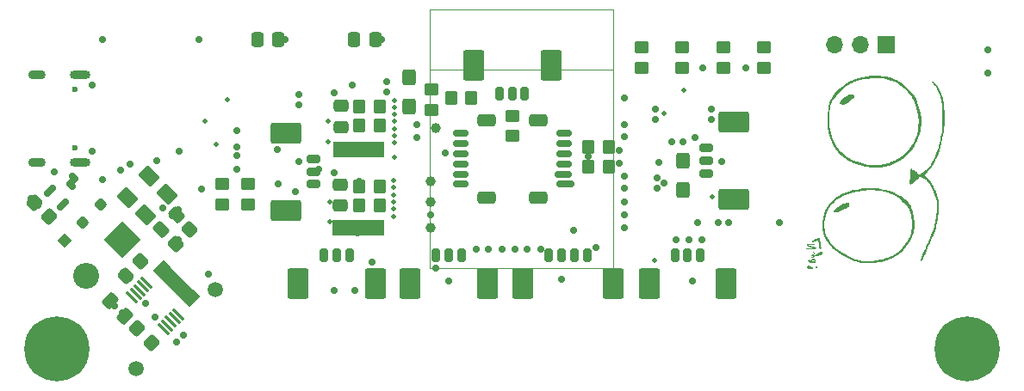
<source format=gbs>
G04 #@! TF.GenerationSoftware,KiCad,Pcbnew,9.0.0*
G04 #@! TF.CreationDate,2025-04-15T23:50:37+02:00*
G04 #@! TF.ProjectId,SUMEC_MK_V,53554d45-435f-44d4-9b5f-562e6b696361,v2.1.1*
G04 #@! TF.SameCoordinates,Original*
G04 #@! TF.FileFunction,Soldermask,Bot*
G04 #@! TF.FilePolarity,Negative*
%FSLAX46Y46*%
G04 Gerber Fmt 4.6, Leading zero omitted, Abs format (unit mm)*
G04 Created by KiCad (PCBNEW 9.0.0) date 2025-04-15 23:50:37*
%MOMM*%
%LPD*%
G01*
G04 APERTURE LIST*
G04 Aperture macros list*
%AMRoundRect*
0 Rectangle with rounded corners*
0 $1 Rounding radius*
0 $2 $3 $4 $5 $6 $7 $8 $9 X,Y pos of 4 corners*
0 Add a 4 corners polygon primitive as box body*
4,1,4,$2,$3,$4,$5,$6,$7,$8,$9,$2,$3,0*
0 Add four circle primitives for the rounded corners*
1,1,$1+$1,$2,$3*
1,1,$1+$1,$4,$5*
1,1,$1+$1,$6,$7*
1,1,$1+$1,$8,$9*
0 Add four rect primitives between the rounded corners*
20,1,$1+$1,$2,$3,$4,$5,0*
20,1,$1+$1,$4,$5,$6,$7,0*
20,1,$1+$1,$6,$7,$8,$9,0*
20,1,$1+$1,$8,$9,$2,$3,0*%
%AMRotRect*
0 Rectangle, with rotation*
0 The origin of the aperture is its center*
0 $1 length*
0 $2 width*
0 $3 Rotation angle, in degrees counterclockwise*
0 Add horizontal line*
21,1,$1,$2,0,0,$3*%
%AMFreePoly0*
4,1,6,1.000000,0.000000,0.500000,-0.750000,-0.500000,-0.750000,-0.500000,0.750000,0.500000,0.750000,1.000000,0.000000,1.000000,0.000000,$1*%
G04 Aperture macros list end*
%ADD10C,0.000000*%
%ADD11RoundRect,0.200000X-0.450000X0.200000X-0.450000X-0.200000X0.450000X-0.200000X0.450000X0.200000X0*%
%ADD12RoundRect,0.250001X-1.249999X0.799999X-1.249999X-0.799999X1.249999X-0.799999X1.249999X0.799999X0*%
%ADD13RoundRect,0.200000X0.450000X-0.200000X0.450000X0.200000X-0.450000X0.200000X-0.450000X-0.200000X0*%
%ADD14RoundRect,0.250001X1.249999X-0.799999X1.249999X0.799999X-1.249999X0.799999X-1.249999X-0.799999X0*%
%ADD15RoundRect,0.200000X0.200000X0.450000X-0.200000X0.450000X-0.200000X-0.450000X0.200000X-0.450000X0*%
%ADD16RoundRect,0.250001X0.799999X1.249999X-0.799999X1.249999X-0.799999X-1.249999X0.799999X-1.249999X0*%
%ADD17RoundRect,0.200000X-0.200000X-0.450000X0.200000X-0.450000X0.200000X0.450000X-0.200000X0.450000X0*%
%ADD18RoundRect,0.250001X-0.799999X-1.249999X0.799999X-1.249999X0.799999X1.249999X-0.799999X1.249999X0*%
%ADD19C,0.600000*%
%ADD20O,2.000000X0.900000*%
%ADD21O,1.700000X0.900000*%
%ADD22RoundRect,0.150000X0.625000X-0.150000X0.625000X0.150000X-0.625000X0.150000X-0.625000X-0.150000X0*%
%ADD23RoundRect,0.250000X0.650000X-0.350000X0.650000X0.350000X-0.650000X0.350000X-0.650000X-0.350000X0*%
%ADD24RoundRect,0.150000X-0.625000X0.150000X-0.625000X-0.150000X0.625000X-0.150000X0.625000X0.150000X0*%
%ADD25RoundRect,0.250000X-0.650000X0.350000X-0.650000X-0.350000X0.650000X-0.350000X0.650000X0.350000X0*%
%ADD26C,2.550000*%
%ADD27RotRect,2.550000X2.550000X225.000000*%
%ADD28C,1.508000*%
%ADD29R,1.700000X1.700000*%
%ADD30O,1.700000X1.700000*%
%ADD31RotRect,1.000000X1.000000X135.000000*%
%ADD32RoundRect,0.250000X0.353553X0.000000X0.000000X0.353553X-0.353553X0.000000X0.000000X-0.353553X0*%
%ADD33C,0.800000*%
%ADD34C,6.400000*%
%ADD35RoundRect,0.250000X-0.565685X-0.070711X-0.070711X-0.565685X0.565685X0.070711X0.070711X0.565685X0*%
%ADD36RoundRect,0.250001X-0.114905X0.768977X-0.768977X0.114905X0.114905X-0.768977X0.768977X-0.114905X0*%
%ADD37RoundRect,0.250000X0.425000X-0.537500X0.425000X0.537500X-0.425000X0.537500X-0.425000X-0.537500X0*%
%ADD38RoundRect,0.250000X0.475000X-0.337500X0.475000X0.337500X-0.475000X0.337500X-0.475000X-0.337500X0*%
%ADD39RoundRect,0.250000X0.450000X-0.350000X0.450000X0.350000X-0.450000X0.350000X-0.450000X-0.350000X0*%
%ADD40RoundRect,0.250000X-0.350000X-0.450000X0.350000X-0.450000X0.350000X0.450000X-0.350000X0.450000X0*%
%ADD41RoundRect,0.250000X-0.070711X0.565685X-0.565685X0.070711X0.070711X-0.565685X0.565685X-0.070711X0*%
%ADD42C,1.000000*%
%ADD43FreePoly0,180.000000*%
%ADD44FreePoly0,0.000000*%
%ADD45RoundRect,0.075000X0.512652X-0.406586X-0.406586X0.512652X-0.512652X0.406586X0.406586X-0.512652X0*%
%ADD46FreePoly0,135.000000*%
%ADD47FreePoly0,315.000000*%
%ADD48RoundRect,0.250000X-0.425000X0.537500X-0.425000X-0.537500X0.425000X-0.537500X0.425000X0.537500X0*%
%ADD49RoundRect,0.150000X-0.256326X-0.468458X0.468458X0.256326X0.256326X0.468458X-0.468458X-0.256326X0*%
%ADD50RoundRect,0.250000X0.337500X0.475000X-0.337500X0.475000X-0.337500X-0.475000X0.337500X-0.475000X0*%
%ADD51RoundRect,0.250000X0.070711X-0.565685X0.565685X-0.070711X-0.070711X0.565685X-0.565685X0.070711X0*%
%ADD52RoundRect,0.250000X-0.097227X0.574524X-0.574524X0.097227X0.097227X-0.574524X0.574524X-0.097227X0*%
%ADD53RoundRect,0.250000X-0.574524X-0.097227X-0.097227X-0.574524X0.574524X0.097227X0.097227X0.574524X0*%
%ADD54RoundRect,0.250000X0.350000X0.450000X-0.350000X0.450000X-0.350000X-0.450000X0.350000X-0.450000X0*%
%ADD55C,0.500000*%
%ADD56C,0.700000*%
%ADD57C,0.120000*%
G04 APERTURE END LIST*
D10*
G36*
X160693731Y-74610203D02*
G01*
X160745307Y-74630596D01*
X160763582Y-74650204D01*
X160780740Y-74690780D01*
X160765423Y-74730812D01*
X160717137Y-74764678D01*
X160653350Y-74772359D01*
X160638077Y-74769415D01*
X160605384Y-74746055D01*
X160596827Y-74690780D01*
X160597424Y-74670817D01*
X160611812Y-74626227D01*
X160653350Y-74609202D01*
X160693731Y-74610203D01*
G37*
G36*
X159929833Y-74501228D02*
G01*
X159947245Y-74524006D01*
X159927381Y-74560814D01*
X159919677Y-74568823D01*
X159901203Y-74598938D01*
X159916797Y-74617110D01*
X159971361Y-74625607D01*
X160069796Y-74626698D01*
X160150762Y-74627725D01*
X160242381Y-74639471D01*
X160304255Y-74665111D01*
X160344083Y-74701259D01*
X160359241Y-74759765D01*
X160357294Y-74771014D01*
X160348056Y-74790970D01*
X160325083Y-74803701D01*
X160279549Y-74811053D01*
X160202626Y-74814875D01*
X160085488Y-74817010D01*
X159981467Y-74817726D01*
X159893841Y-74815392D01*
X159836610Y-74808268D01*
X159799650Y-74794966D01*
X159772835Y-74774097D01*
X159736860Y-74722553D01*
X159726218Y-74646544D01*
X159758123Y-74574146D01*
X159830178Y-74516133D01*
X159886076Y-74497504D01*
X159929833Y-74501228D01*
G37*
G36*
X164172195Y-57676438D02*
G01*
X164267430Y-57687229D01*
X164330272Y-57705788D01*
X164343686Y-57713973D01*
X164376323Y-57755479D01*
X164385446Y-57826231D01*
X164385143Y-57842015D01*
X164377620Y-57888387D01*
X164354484Y-57932861D01*
X164308438Y-57986604D01*
X164232185Y-58060782D01*
X164077248Y-58198151D01*
X163895243Y-58341206D01*
X163714483Y-58465500D01*
X163542481Y-58566282D01*
X163386752Y-58638805D01*
X163254812Y-58678321D01*
X163210899Y-58683890D01*
X163153911Y-58673559D01*
X163095421Y-58631451D01*
X163085871Y-58622983D01*
X163031921Y-58575517D01*
X162993833Y-58542586D01*
X162965017Y-58504200D01*
X162963591Y-58453337D01*
X162994201Y-58387106D01*
X163059128Y-58300670D01*
X163160662Y-58189191D01*
X163189406Y-58159740D01*
X163325636Y-58031450D01*
X163466837Y-57914581D01*
X163603975Y-57815751D01*
X163728027Y-57741573D01*
X163829963Y-57698667D01*
X163852795Y-57692958D01*
X163948810Y-57679073D01*
X164060632Y-57673643D01*
X164172195Y-57676438D01*
G37*
G36*
X163806732Y-68336255D02*
G01*
X163874687Y-68367954D01*
X163904832Y-68414363D01*
X163919531Y-68492687D01*
X163915926Y-68532873D01*
X163896931Y-68580845D01*
X163854885Y-68636199D01*
X163782340Y-68710779D01*
X163767655Y-68724890D01*
X163702940Y-68781103D01*
X163628924Y-68834245D01*
X163536625Y-68889825D01*
X163417062Y-68953350D01*
X163261251Y-69030329D01*
X163129786Y-69093621D01*
X162989004Y-69160017D01*
X162880131Y-69208629D01*
X162796345Y-69241817D01*
X162730828Y-69261941D01*
X162676761Y-69271359D01*
X162627324Y-69272431D01*
X162575699Y-69267515D01*
X162513056Y-69255588D01*
X162425247Y-69216921D01*
X162380375Y-69159982D01*
X162380206Y-69087881D01*
X162426497Y-69003735D01*
X162448309Y-68978645D01*
X162526146Y-68905288D01*
X162632348Y-68818599D01*
X162756722Y-68725994D01*
X162889076Y-68634889D01*
X163019218Y-68552698D01*
X163136957Y-68486838D01*
X163283228Y-68421451D01*
X163434273Y-68371187D01*
X163577733Y-68339288D01*
X163704817Y-68327172D01*
X163806732Y-68336255D01*
G37*
G36*
X160955314Y-71757109D02*
G01*
X160966962Y-71769495D01*
X160978062Y-71792038D01*
X160989764Y-71830210D01*
X161003227Y-71889484D01*
X161019602Y-71975330D01*
X161040043Y-72093224D01*
X161065707Y-72248634D01*
X161097746Y-72447035D01*
X161114531Y-72552354D01*
X161130012Y-72651233D01*
X161140994Y-72723373D01*
X161145804Y-72757936D01*
X161145798Y-72762720D01*
X161126612Y-72804222D01*
X161088222Y-72845306D01*
X161050480Y-72863905D01*
X161045903Y-72863446D01*
X161007111Y-72840359D01*
X160969361Y-72797823D01*
X160952392Y-72757293D01*
X160951765Y-72742047D01*
X160945874Y-72677166D01*
X160935092Y-72581842D01*
X160921029Y-72468760D01*
X160905294Y-72350605D01*
X160889498Y-72240060D01*
X160875254Y-72149808D01*
X160847583Y-71987452D01*
X160641326Y-72084107D01*
X160553245Y-72124022D01*
X160432074Y-72171591D01*
X160343568Y-72193998D01*
X160282466Y-72192348D01*
X160243509Y-72167745D01*
X160227574Y-72140003D01*
X160224055Y-72095512D01*
X160228223Y-72089184D01*
X160267599Y-72058555D01*
X160339203Y-72015995D01*
X160433619Y-71965919D01*
X160541426Y-71912735D01*
X160653207Y-71860858D01*
X160759543Y-71814700D01*
X160851016Y-71778670D01*
X160918206Y-71757184D01*
X160951695Y-71754653D01*
X160955314Y-71757109D01*
G37*
G36*
X160440424Y-73821494D02*
G01*
X160497606Y-73854931D01*
X160536460Y-73895573D01*
X160551462Y-73934964D01*
X160559298Y-73995437D01*
X160551940Y-74044957D01*
X160530065Y-74065474D01*
X160524851Y-74076608D01*
X160554587Y-74103648D01*
X160583386Y-74132843D01*
X160606405Y-74189132D01*
X160603001Y-74243559D01*
X160571391Y-74277653D01*
X160536340Y-74277136D01*
X160487593Y-74250398D01*
X160480113Y-74244123D01*
X160447039Y-74226731D01*
X160397028Y-74217215D01*
X160319439Y-74214315D01*
X160203622Y-74216771D01*
X160179794Y-74217571D01*
X160077576Y-74220043D01*
X160011401Y-74217926D01*
X159970343Y-74209173D01*
X159943476Y-74191735D01*
X159919875Y-74163561D01*
X159912780Y-74153711D01*
X159869067Y-74064082D01*
X159858194Y-73976563D01*
X159882339Y-73906082D01*
X159883345Y-73904731D01*
X159909080Y-73875040D01*
X159925512Y-73882036D01*
X159945153Y-73930603D01*
X159948258Y-73939210D01*
X159982947Y-74021710D01*
X160015736Y-74067127D01*
X160053759Y-74085647D01*
X160077136Y-74084975D01*
X160080476Y-74058429D01*
X160080358Y-74057765D01*
X160167656Y-74057765D01*
X160327005Y-74055489D01*
X160405446Y-74054127D01*
X160464010Y-74052622D01*
X160486417Y-74051357D01*
X160485366Y-74048692D01*
X160461826Y-74024140D01*
X160420507Y-73988653D01*
X160378990Y-73956728D01*
X160354857Y-73942865D01*
X160348470Y-73944391D01*
X160308985Y-73964441D01*
X160252201Y-74000315D01*
X160167656Y-74057765D01*
X160080358Y-74057765D01*
X160078429Y-74046925D01*
X160095710Y-73997087D01*
X160141826Y-73937203D01*
X160206588Y-73878780D01*
X160279811Y-73833322D01*
X160327286Y-73813249D01*
X160354857Y-73809099D01*
X160382324Y-73804964D01*
X160440424Y-73821494D01*
G37*
G36*
X160011096Y-72407660D02*
G01*
X160170976Y-72412988D01*
X160307263Y-72418997D01*
X160438133Y-72427104D01*
X160545041Y-72436228D01*
X160619633Y-72445651D01*
X160653550Y-72454648D01*
X160654294Y-72455242D01*
X160672261Y-72483563D01*
X160644452Y-72503287D01*
X160570221Y-72514511D01*
X160448926Y-72517332D01*
X160279921Y-72511850D01*
X160265365Y-72511116D01*
X160140355Y-72504046D01*
X160029768Y-72496511D01*
X159945125Y-72489368D01*
X159897955Y-72483472D01*
X159863260Y-72478625D01*
X159864957Y-72485326D01*
X159899586Y-72501606D01*
X159960018Y-72524750D01*
X160039128Y-72552037D01*
X160129791Y-72580752D01*
X160224879Y-72608175D01*
X160330879Y-72637076D01*
X160458682Y-72672289D01*
X160549572Y-72698487D01*
X160609835Y-72718071D01*
X160645761Y-72733443D01*
X160663637Y-72747001D01*
X160669751Y-72761149D01*
X160670391Y-72778290D01*
X160669572Y-72788061D01*
X160656250Y-72812296D01*
X160622218Y-72831383D01*
X160561811Y-72846450D01*
X160469363Y-72858624D01*
X160339206Y-72869034D01*
X160165675Y-72878810D01*
X160003893Y-72884853D01*
X159845727Y-72884562D01*
X159735487Y-72875623D01*
X159673290Y-72858047D01*
X159659256Y-72831846D01*
X159664445Y-72825843D01*
X159711467Y-72810669D01*
X159805002Y-72797933D01*
X159943212Y-72787916D01*
X160040100Y-72781770D01*
X160135927Y-72773447D01*
X160203909Y-72764906D01*
X160233467Y-72757263D01*
X160235358Y-72748514D01*
X160207773Y-72741297D01*
X160199704Y-72740515D01*
X160147615Y-72727430D01*
X160067838Y-72701557D01*
X159974089Y-72667245D01*
X159917139Y-72644131D01*
X159815163Y-72595057D01*
X159745734Y-72549942D01*
X159713629Y-72512254D01*
X159723633Y-72485466D01*
X159733863Y-72473637D01*
X159734642Y-72433400D01*
X159733158Y-72427265D01*
X159739533Y-72416228D01*
X159764420Y-72409034D01*
X159813913Y-72405398D01*
X159894108Y-72405035D01*
X160011096Y-72407660D01*
G37*
G36*
X160218831Y-73115160D02*
G01*
X160294186Y-73128127D01*
X160375091Y-73148828D01*
X160445836Y-73173600D01*
X160490709Y-73198779D01*
X160523559Y-73236341D01*
X160529893Y-73277239D01*
X160500115Y-73324886D01*
X160431304Y-73388611D01*
X160327087Y-73475991D01*
X160414355Y-73476471D01*
X160423138Y-73476296D01*
X160522094Y-73452157D01*
X160626926Y-73398082D01*
X160889873Y-73398082D01*
X160900015Y-73399112D01*
X160945238Y-73388737D01*
X161011859Y-73366001D01*
X161036459Y-73356007D01*
X161098542Y-73325238D01*
X161145082Y-73295106D01*
X161169318Y-73271537D01*
X161164495Y-73260457D01*
X161123853Y-73267792D01*
X161072497Y-73287194D01*
X161006747Y-73318367D01*
X160945403Y-73352244D01*
X160901951Y-73381320D01*
X160889873Y-73398082D01*
X160626926Y-73398082D01*
X160647313Y-73387566D01*
X160739839Y-73331213D01*
X160848104Y-73267461D01*
X160929882Y-73223440D01*
X160993888Y-73194951D01*
X161048841Y-73177794D01*
X161103455Y-73167768D01*
X161148412Y-73163025D01*
X161164495Y-73164175D01*
X161211528Y-73167539D01*
X161253401Y-73192939D01*
X161261704Y-73202362D01*
X161278907Y-73259671D01*
X161254659Y-73325106D01*
X161193021Y-73391870D01*
X161098053Y-73453159D01*
X161038617Y-73479058D01*
X160938403Y-73513511D01*
X160828836Y-73544345D01*
X160728153Y-73566547D01*
X160654591Y-73575101D01*
X160607991Y-73586251D01*
X160534529Y-73617658D01*
X160452465Y-73662212D01*
X160429949Y-73675567D01*
X160321970Y-73732248D01*
X160239264Y-73762572D01*
X160186337Y-73765320D01*
X160167695Y-73739273D01*
X160169509Y-73729773D01*
X160197110Y-73686608D01*
X160247391Y-73638392D01*
X160253509Y-73633553D01*
X160296592Y-73596471D01*
X160303222Y-73579494D01*
X160276817Y-73575310D01*
X160242077Y-73569800D01*
X160189225Y-73536238D01*
X160167695Y-73484721D01*
X160177034Y-73467753D01*
X160219874Y-73432201D01*
X160285714Y-73393450D01*
X160330037Y-73369501D01*
X160396162Y-73327877D01*
X160435845Y-73294953D01*
X160450597Y-73268092D01*
X160434820Y-73245998D01*
X160379918Y-73219474D01*
X160367588Y-73214487D01*
X160298988Y-73191750D01*
X160248178Y-73182313D01*
X160233764Y-73181377D01*
X160184056Y-73166944D01*
X160150683Y-73142862D01*
X160149429Y-73119216D01*
X160164740Y-73113592D01*
X160218831Y-73115160D01*
G37*
G36*
X166860384Y-55826016D02*
G01*
X167226483Y-55856199D01*
X167566545Y-55908981D01*
X167890611Y-55985968D01*
X168208725Y-56088762D01*
X168228349Y-56096017D01*
X168519103Y-56223989D01*
X168814247Y-56389519D01*
X169107221Y-56586711D01*
X169391464Y-56809670D01*
X169660418Y-57052500D01*
X169907518Y-57309308D01*
X170126206Y-57574197D01*
X170309921Y-57841272D01*
X170452104Y-58104637D01*
X170541029Y-58308806D01*
X170693916Y-58721718D01*
X170816172Y-59142474D01*
X170904564Y-59559157D01*
X170955856Y-59959856D01*
X170957235Y-59977310D01*
X170969660Y-60286890D01*
X170962370Y-60613433D01*
X170936596Y-60941012D01*
X170893562Y-61253697D01*
X170834495Y-61535555D01*
X170782987Y-61709728D01*
X170690510Y-61958879D01*
X170575145Y-62220841D01*
X170443064Y-62482744D01*
X170300446Y-62731714D01*
X170153466Y-62954885D01*
X170068671Y-63066828D01*
X169906471Y-63257507D01*
X169718938Y-63456180D01*
X169516398Y-63652971D01*
X169309174Y-63838000D01*
X169107592Y-64001386D01*
X168921978Y-64133251D01*
X168901491Y-64146328D01*
X168751352Y-64234471D01*
X168571027Y-64330259D01*
X168374596Y-64426963D01*
X168176140Y-64517856D01*
X167989740Y-64596208D01*
X167829475Y-64655291D01*
X167791271Y-64667750D01*
X167366446Y-64781000D01*
X166932367Y-64852318D01*
X166496712Y-64881157D01*
X166067159Y-64866979D01*
X165651377Y-64809239D01*
X165483211Y-64772788D01*
X165204815Y-64699573D01*
X164915814Y-64609736D01*
X164624654Y-64506689D01*
X164339779Y-64393841D01*
X164069633Y-64274605D01*
X163822659Y-64152391D01*
X163607302Y-64030611D01*
X163432005Y-63912676D01*
X163104906Y-63639340D01*
X162799019Y-63323005D01*
X162530300Y-62975393D01*
X162298475Y-62596055D01*
X162103274Y-62184548D01*
X161944428Y-61740423D01*
X161821662Y-61263235D01*
X161817013Y-61240738D01*
X161780566Y-61011041D01*
X161755269Y-60745768D01*
X161741438Y-60455976D01*
X161740804Y-60361730D01*
X161914385Y-60361730D01*
X161936912Y-60733726D01*
X161986706Y-61092578D01*
X162064455Y-61446718D01*
X162170845Y-61804573D01*
X162255459Y-62033005D01*
X162426126Y-62396997D01*
X162632506Y-62742637D01*
X162870425Y-63065010D01*
X163135708Y-63359192D01*
X163424178Y-63620264D01*
X163731657Y-63843305D01*
X164053973Y-64023396D01*
X164147841Y-64066871D01*
X164397370Y-64172130D01*
X164671664Y-64275759D01*
X164957222Y-64373281D01*
X165240535Y-64460218D01*
X165508098Y-64532095D01*
X165746406Y-64584433D01*
X166098021Y-64630553D01*
X166488306Y-64641424D01*
X166887467Y-64614049D01*
X167285242Y-64549156D01*
X167671366Y-64447479D01*
X167795235Y-64405622D01*
X168064765Y-64299430D01*
X168335755Y-64174075D01*
X168595688Y-64035993D01*
X168832049Y-63891624D01*
X169032325Y-63747403D01*
X169056619Y-63727782D01*
X169196886Y-63606706D01*
X169349136Y-63464294D01*
X169505034Y-63309260D01*
X169656241Y-63150321D01*
X169794424Y-62996194D01*
X169911244Y-62855596D01*
X169998366Y-62737246D01*
X170010818Y-62718455D01*
X170224587Y-62360143D01*
X170403770Y-61988549D01*
X170544319Y-61613065D01*
X170642191Y-61243083D01*
X170656146Y-61158799D01*
X170672230Y-61013073D01*
X170685442Y-60837825D01*
X170695451Y-60644108D01*
X170701926Y-60442982D01*
X170704537Y-60245498D01*
X170702950Y-60062715D01*
X170696835Y-59905688D01*
X170685863Y-59785472D01*
X170661255Y-59627413D01*
X170599611Y-59323183D01*
X170520370Y-59015841D01*
X170426919Y-58715817D01*
X170322635Y-58433541D01*
X170210907Y-58179444D01*
X170095113Y-57963956D01*
X170066147Y-57917830D01*
X169945706Y-57748468D01*
X169795543Y-57563775D01*
X169623834Y-57373425D01*
X169438758Y-57187100D01*
X169295589Y-57054503D01*
X168991235Y-56804379D01*
X168682806Y-56596108D01*
X168362353Y-56425197D01*
X168021928Y-56287150D01*
X167653582Y-56177470D01*
X167489602Y-56140853D01*
X167164848Y-56091078D01*
X166816422Y-56063315D01*
X166452149Y-56056767D01*
X166079849Y-56070635D01*
X165707351Y-56104124D01*
X165342476Y-56156435D01*
X164993050Y-56226772D01*
X164666897Y-56314336D01*
X164371841Y-56418333D01*
X164115706Y-56537963D01*
X164034829Y-56583136D01*
X163768154Y-56748217D01*
X163500822Y-56936518D01*
X163240611Y-57141346D01*
X162995300Y-57356001D01*
X162772668Y-57573787D01*
X162580496Y-57788009D01*
X162426563Y-57991968D01*
X162306271Y-58184331D01*
X162205032Y-58380735D01*
X162124334Y-58584156D01*
X162060659Y-58804994D01*
X162010487Y-59053648D01*
X161970300Y-59340518D01*
X161948389Y-59544591D01*
X161918438Y-59968162D01*
X161914385Y-60361730D01*
X161740804Y-60361730D01*
X161739398Y-60152725D01*
X161749466Y-59847071D01*
X161771965Y-59550071D01*
X161781345Y-59462806D01*
X161809174Y-59248314D01*
X161843801Y-59025818D01*
X161883107Y-58806697D01*
X161924972Y-58602331D01*
X161967278Y-58424101D01*
X162007904Y-58283387D01*
X162013835Y-58266143D01*
X162076020Y-58123251D01*
X162165988Y-57960228D01*
X162276718Y-57788895D01*
X162401190Y-57621078D01*
X162410999Y-57608856D01*
X162556932Y-57444462D01*
X162737592Y-57266338D01*
X162944206Y-57081469D01*
X163168004Y-56896839D01*
X163400214Y-56719436D01*
X163632064Y-56556242D01*
X163854785Y-56414243D01*
X164059602Y-56300424D01*
X164107859Y-56276614D01*
X164434696Y-56139790D01*
X164798786Y-56025450D01*
X165194074Y-55934791D01*
X165614506Y-55869011D01*
X166054028Y-55829304D01*
X166452149Y-55818364D01*
X166506580Y-55816868D01*
X166860384Y-55826016D01*
G37*
G36*
X166404424Y-66885252D02*
G01*
X166522071Y-66891281D01*
X166630523Y-66901237D01*
X166739537Y-66915433D01*
X166894861Y-66939893D01*
X167388725Y-67042533D01*
X167860154Y-67178952D01*
X168304529Y-67347466D01*
X168717228Y-67546390D01*
X169093631Y-67774038D01*
X169222349Y-67864155D01*
X169428467Y-68022666D01*
X169608004Y-68179543D01*
X169757368Y-68331009D01*
X169872966Y-68473287D01*
X169951207Y-68602597D01*
X169988497Y-68715161D01*
X169993667Y-68742568D01*
X170013122Y-68823510D01*
X170041429Y-68927389D01*
X170074419Y-69038503D01*
X170122718Y-69199574D01*
X170177880Y-69405557D01*
X170221363Y-69602376D01*
X170258139Y-69810940D01*
X170260958Y-69829524D01*
X170274917Y-69957628D01*
X170283476Y-70115640D01*
X170286870Y-70309860D01*
X170285332Y-70546595D01*
X170282610Y-70702455D01*
X170278601Y-70847532D01*
X170272832Y-70961619D01*
X170264378Y-71054451D01*
X170252317Y-71135765D01*
X170235725Y-71215296D01*
X170213682Y-71302778D01*
X170169426Y-71449386D01*
X170055568Y-71735160D01*
X169903278Y-72033602D01*
X169715934Y-72338391D01*
X169496915Y-72643210D01*
X169215650Y-72975455D01*
X168921092Y-73260713D01*
X168613124Y-73499046D01*
X168291535Y-73690636D01*
X168180739Y-73744692D01*
X167974307Y-73835374D01*
X167746630Y-73925499D01*
X167510588Y-74010514D01*
X167279055Y-74085866D01*
X167064912Y-74147002D01*
X166881034Y-74189369D01*
X166773055Y-74209031D01*
X166296917Y-74271984D01*
X165830012Y-74295270D01*
X165378728Y-74278781D01*
X164949447Y-74222407D01*
X164804290Y-74191358D01*
X164512785Y-74106707D01*
X164203876Y-73991496D01*
X163884874Y-73850011D01*
X163563086Y-73686533D01*
X163245824Y-73505351D01*
X162940398Y-73310748D01*
X162654116Y-73107008D01*
X162394293Y-72898416D01*
X162168234Y-72689258D01*
X161983252Y-72483817D01*
X161832536Y-72285383D01*
X161617458Y-71952163D01*
X161450199Y-71618016D01*
X161330031Y-71280727D01*
X161256226Y-70938073D01*
X161235490Y-70680213D01*
X161442161Y-70680213D01*
X161470216Y-70970216D01*
X161531339Y-71245123D01*
X161628175Y-71514303D01*
X161763366Y-71787123D01*
X161939554Y-72072953D01*
X162030648Y-72203588D01*
X162171973Y-72384046D01*
X162325716Y-72552712D01*
X162498471Y-72715657D01*
X162696833Y-72878956D01*
X162927396Y-73048683D01*
X163196755Y-73230911D01*
X163217480Y-73244353D01*
X163378511Y-73342468D01*
X163566216Y-73448044D01*
X163769284Y-73555407D01*
X163976397Y-73658878D01*
X164176246Y-73752785D01*
X164357514Y-73831449D01*
X164508889Y-73889196D01*
X164526290Y-73895091D01*
X164883176Y-73992079D01*
X165267864Y-74054472D01*
X165673555Y-74082090D01*
X166093445Y-74074749D01*
X166520732Y-74032268D01*
X166948615Y-73954465D01*
X167003624Y-73941269D01*
X167153051Y-73899929D01*
X167326485Y-73846255D01*
X167512024Y-73784410D01*
X167697772Y-73718560D01*
X167871830Y-73652864D01*
X168022298Y-73591487D01*
X168137280Y-73538591D01*
X168377414Y-73399188D01*
X168650778Y-73198582D01*
X168916646Y-72960189D01*
X169169490Y-72689982D01*
X169403783Y-72393928D01*
X169614001Y-72077998D01*
X169794617Y-71748163D01*
X169860640Y-71605288D01*
X169952029Y-71360042D01*
X170013287Y-71112120D01*
X170050233Y-70840856D01*
X170058313Y-70750987D01*
X170064938Y-70663750D01*
X170068314Y-70586525D01*
X170068418Y-70507523D01*
X170065228Y-70414958D01*
X170058720Y-70297042D01*
X170048872Y-70141985D01*
X170034707Y-69991369D01*
X170000882Y-69762351D01*
X169953966Y-69524789D01*
X169897870Y-69297869D01*
X169836510Y-69100784D01*
X169822651Y-69062707D01*
X169768097Y-68930252D01*
X169707037Y-68815006D01*
X169632645Y-68708030D01*
X169538100Y-68600391D01*
X169416576Y-68483148D01*
X169261251Y-68347366D01*
X169227076Y-68318069D01*
X169135833Y-68236562D01*
X169062035Y-68165824D01*
X169012526Y-68112607D01*
X168994151Y-68083668D01*
X168984480Y-68058263D01*
X168936804Y-68004306D01*
X168855017Y-67936282D01*
X168745496Y-67858082D01*
X168614615Y-67773598D01*
X168468745Y-67686719D01*
X168314265Y-67601338D01*
X168157548Y-67521347D01*
X168004968Y-67450634D01*
X167862901Y-67393096D01*
X167668891Y-67327680D01*
X167334309Y-67237492D01*
X166976420Y-67165223D01*
X166609818Y-67113655D01*
X166249103Y-67085567D01*
X166229590Y-67084767D01*
X165967134Y-67082358D01*
X165678101Y-67092944D01*
X165377536Y-67115168D01*
X165080484Y-67147675D01*
X164801989Y-67189108D01*
X164557098Y-67238111D01*
X164267803Y-67308925D01*
X163951894Y-67395199D01*
X163673124Y-67483046D01*
X163424983Y-67574915D01*
X163200957Y-67673252D01*
X162994532Y-67780511D01*
X162799195Y-67899138D01*
X162717274Y-67956567D01*
X162567316Y-68076902D01*
X162408527Y-68219705D01*
X162252590Y-68373751D01*
X162111193Y-68527817D01*
X161996020Y-68670676D01*
X161995089Y-68671945D01*
X161821426Y-68947069D01*
X161677682Y-69256285D01*
X161565937Y-69593334D01*
X161488263Y-69951958D01*
X161446742Y-70325898D01*
X161444535Y-70365745D01*
X161442161Y-70680213D01*
X161235490Y-70680213D01*
X161228062Y-70587841D01*
X161244810Y-70227811D01*
X161302340Y-69837250D01*
X161390110Y-69467979D01*
X161506158Y-69130951D01*
X161649323Y-68829523D01*
X161818447Y-68567049D01*
X162016077Y-68322619D01*
X162266231Y-68063033D01*
X162536138Y-67836246D01*
X162831179Y-67638724D01*
X163156732Y-67466936D01*
X163518178Y-67317351D01*
X163920894Y-67186435D01*
X163962398Y-67174523D01*
X164295189Y-67085220D01*
X164603337Y-67015500D01*
X164901428Y-66963142D01*
X165204056Y-66925923D01*
X165525809Y-66901625D01*
X165881276Y-66888026D01*
X165898725Y-66887615D01*
X165967134Y-66886311D01*
X166102507Y-66883731D01*
X166267821Y-66882839D01*
X166404424Y-66885252D01*
G37*
G36*
X172163095Y-56390256D02*
G01*
X172224036Y-56434550D01*
X172301009Y-56503027D01*
X172384897Y-56586431D01*
X172466578Y-56675505D01*
X172536935Y-56760991D01*
X172586848Y-56833637D01*
X172603669Y-56863975D01*
X172651309Y-56957351D01*
X172710517Y-57080194D01*
X172776370Y-57221686D01*
X172843941Y-57371012D01*
X172908304Y-57517358D01*
X172964538Y-57649907D01*
X173007715Y-57757847D01*
X173027794Y-57814886D01*
X173074469Y-57979455D01*
X173118369Y-58176711D01*
X173157343Y-58395164D01*
X173189244Y-58623321D01*
X173211923Y-58849695D01*
X173214178Y-58878440D01*
X173224745Y-59011576D01*
X173234568Y-59132991D01*
X173242636Y-59230292D01*
X173247936Y-59291087D01*
X173249079Y-59311080D01*
X173250752Y-59382629D01*
X173251799Y-59492883D01*
X173252208Y-59635102D01*
X173251967Y-59802545D01*
X173251065Y-59988468D01*
X173249490Y-60186133D01*
X173248357Y-60295649D01*
X173245236Y-60517368D01*
X173241099Y-60700875D01*
X173235561Y-60853727D01*
X173228227Y-60983487D01*
X173218710Y-61097715D01*
X173206621Y-61203973D01*
X173191567Y-61309819D01*
X173137520Y-61643677D01*
X173058757Y-62071790D01*
X172974119Y-62463247D01*
X172881564Y-62825224D01*
X172779049Y-63164899D01*
X172664530Y-63489448D01*
X172535967Y-63806050D01*
X172391316Y-64121883D01*
X172374953Y-64155436D01*
X172193058Y-64486301D01*
X171992618Y-64779793D01*
X171777106Y-65030771D01*
X171713177Y-65099090D01*
X171649318Y-65173992D01*
X171606703Y-65232182D01*
X171592261Y-65264888D01*
X171592293Y-65270018D01*
X171569616Y-65315093D01*
X171512318Y-65377007D01*
X171427229Y-65449209D01*
X171321178Y-65525140D01*
X171222865Y-65590200D01*
X171341424Y-65650342D01*
X171444149Y-65713673D01*
X171592485Y-65841214D01*
X171741917Y-66008376D01*
X171889820Y-66209819D01*
X172033565Y-66440211D01*
X172170527Y-66694213D01*
X172298078Y-66966491D01*
X172413591Y-67251710D01*
X172514438Y-67544534D01*
X172597993Y-67839625D01*
X172661629Y-68131649D01*
X172702718Y-68415271D01*
X172713578Y-68570654D01*
X172715505Y-68819260D01*
X172703253Y-69097588D01*
X172678020Y-69396023D01*
X172641004Y-69704942D01*
X172593405Y-70014731D01*
X172536417Y-70315768D01*
X172471240Y-70598436D01*
X172399073Y-70853117D01*
X172368697Y-70944282D01*
X172308671Y-71110921D01*
X172232646Y-71311051D01*
X172143364Y-71538133D01*
X172043575Y-71785628D01*
X171936028Y-72046994D01*
X171823468Y-72315692D01*
X171708641Y-72585182D01*
X171594296Y-72848924D01*
X171483179Y-73100377D01*
X171378038Y-73333003D01*
X171281621Y-73540261D01*
X171196673Y-73715611D01*
X171134886Y-73834689D01*
X171067406Y-73948159D01*
X171010604Y-74020722D01*
X170961876Y-74055566D01*
X170918615Y-74055881D01*
X170905157Y-74049138D01*
X170891004Y-74033794D01*
X170884677Y-74008860D01*
X170887470Y-73970851D01*
X170900678Y-73916285D01*
X170925595Y-73841678D01*
X170963518Y-73743546D01*
X171015739Y-73618405D01*
X171083554Y-73462771D01*
X171168258Y-73273161D01*
X171271144Y-73046092D01*
X171393509Y-72778078D01*
X171455782Y-72640148D01*
X171545150Y-72437021D01*
X171639089Y-72218471D01*
X171734883Y-71991190D01*
X171829815Y-71761876D01*
X171921168Y-71537226D01*
X172006227Y-71323933D01*
X172082276Y-71128692D01*
X172146596Y-70958201D01*
X172196472Y-70819154D01*
X172229189Y-70718247D01*
X172251965Y-70634871D01*
X172292479Y-70465745D01*
X172334563Y-70267928D01*
X172375746Y-70053889D01*
X172413555Y-69836099D01*
X172445519Y-69627027D01*
X172464637Y-69462077D01*
X172478406Y-69269108D01*
X172486465Y-69045043D01*
X172489272Y-68781024D01*
X172489900Y-68241545D01*
X172398505Y-67885978D01*
X172394538Y-67870666D01*
X172351355Y-67714653D01*
X172301790Y-67550628D01*
X172251660Y-67397190D01*
X172206780Y-67272933D01*
X172198811Y-67252632D01*
X172118632Y-67062161D01*
X172030059Y-66872968D01*
X171936817Y-66691407D01*
X171842631Y-66523830D01*
X171751225Y-66376590D01*
X171666326Y-66256038D01*
X171591658Y-66168526D01*
X171530947Y-66120408D01*
X171522832Y-66116163D01*
X171461956Y-66079626D01*
X171380110Y-66025748D01*
X171292642Y-65964566D01*
X171257509Y-65940010D01*
X171106655Y-65852264D01*
X170963657Y-65796582D01*
X170838533Y-65777102D01*
X170820441Y-65780590D01*
X170780229Y-65801962D01*
X170722450Y-65845717D01*
X170643129Y-65915219D01*
X170538290Y-66013834D01*
X170403955Y-66144930D01*
X170291714Y-66254126D01*
X170175153Y-66363205D01*
X170082613Y-66444481D01*
X170017207Y-66495235D01*
X169982049Y-66512758D01*
X169936638Y-66502086D01*
X169879138Y-66469300D01*
X169825470Y-66425842D01*
X169852482Y-65728801D01*
X169857167Y-65610561D01*
X169865164Y-65425853D01*
X169872658Y-65281958D01*
X169880134Y-65173523D01*
X169888071Y-65095209D01*
X169896955Y-65041673D01*
X169907269Y-65007573D01*
X169919495Y-64987564D01*
X169950540Y-64959938D01*
X169986871Y-64943365D01*
X169994579Y-64945401D01*
X170037605Y-64968454D01*
X170104814Y-65011735D01*
X170185376Y-65068421D01*
X170201421Y-65080041D01*
X170299403Y-65147420D01*
X170396202Y-65209013D01*
X170472982Y-65252748D01*
X170517813Y-65277421D01*
X170569378Y-65312384D01*
X170589460Y-65336053D01*
X170589865Y-65340419D01*
X170612541Y-65383708D01*
X170660310Y-65439856D01*
X170719667Y-65495929D01*
X170777111Y-65538991D01*
X170819141Y-65556102D01*
X170828175Y-65554154D01*
X170876282Y-65528061D01*
X170951559Y-65475790D01*
X171047506Y-65402745D01*
X171157613Y-65314325D01*
X171275380Y-65215928D01*
X171394300Y-65112957D01*
X171507870Y-65010811D01*
X171609586Y-64914892D01*
X171692943Y-64830599D01*
X171751211Y-64766108D01*
X171905248Y-64569992D01*
X172053000Y-64342134D01*
X172196248Y-64079092D01*
X172336776Y-63777418D01*
X172476366Y-63433663D01*
X172616802Y-63044383D01*
X172663305Y-62896695D01*
X172720848Y-62686826D01*
X172779920Y-62445810D01*
X172838510Y-62183139D01*
X172894608Y-61908301D01*
X172946200Y-61630788D01*
X172991274Y-61360090D01*
X173027819Y-61105701D01*
X173039126Y-60991704D01*
X173049247Y-60830650D01*
X173057344Y-60636826D01*
X173063360Y-60418603D01*
X173067238Y-60184351D01*
X173068922Y-59942442D01*
X173068357Y-59701245D01*
X173065489Y-59469132D01*
X173060257Y-59254473D01*
X173052610Y-59065638D01*
X173042489Y-58910999D01*
X173033637Y-58809917D01*
X173008910Y-58570814D01*
X172979982Y-58364047D01*
X172943864Y-58177485D01*
X172897564Y-57998994D01*
X172838090Y-57816447D01*
X172762454Y-57617708D01*
X172667663Y-57390647D01*
X172629044Y-57301129D01*
X172560516Y-57146024D01*
X172502857Y-57023880D01*
X172451008Y-56926274D01*
X172399908Y-56844780D01*
X172344499Y-56770971D01*
X172279720Y-56696425D01*
X172200515Y-56612714D01*
X172171036Y-56582014D01*
X172102532Y-56507152D01*
X172063943Y-56456535D01*
X172050677Y-56423323D01*
X172058142Y-56400680D01*
X172083043Y-56383081D01*
X172139423Y-56379478D01*
X172163095Y-56390256D01*
G37*
G36*
X118150000Y-62325000D02*
G01*
X113150000Y-62325000D01*
X113150000Y-63825000D01*
X118150000Y-63825000D01*
X118150000Y-62325000D01*
G37*
G36*
X100049569Y-77524695D02*
G01*
X98988909Y-78585355D01*
X95453375Y-75049821D01*
X96514035Y-73989161D01*
X100049569Y-77524695D01*
G37*
G36*
X118126000Y-70061500D02*
G01*
X113126000Y-70061500D01*
X113126000Y-71561500D01*
X118126000Y-71561500D01*
X118126000Y-70061500D01*
G37*
D11*
X149800000Y-62950000D03*
X149800000Y-64200000D03*
X149800000Y-65450000D03*
D12*
X152550000Y-60400000D03*
X152550000Y-68000000D03*
D13*
X111250000Y-66500000D03*
X111250000Y-65250000D03*
X111250000Y-64000000D03*
D14*
X108500000Y-69050000D03*
X108500000Y-61450000D03*
D15*
X149250000Y-73500000D03*
X148000000Y-73500000D03*
X146750000Y-73500000D03*
D16*
X151800000Y-76250000D03*
X144200000Y-76250000D03*
D15*
X125750000Y-73500000D03*
X124500000Y-73500000D03*
X123250000Y-73500000D03*
D16*
X128300000Y-76250000D03*
X120700000Y-76250000D03*
D15*
X114750000Y-73500000D03*
X113500000Y-73500000D03*
X112250000Y-73500000D03*
D16*
X117300000Y-76250000D03*
X109700000Y-76250000D03*
D17*
X129500000Y-57550000D03*
X130750000Y-57550000D03*
X132000000Y-57550000D03*
D18*
X126950000Y-54800000D03*
X134550000Y-54800000D03*
D15*
X138125000Y-73500000D03*
X136875000Y-73500000D03*
X135625000Y-73500000D03*
X134375000Y-73500000D03*
D16*
X140675000Y-76250000D03*
X131825000Y-76250000D03*
D19*
X87760000Y-57110000D03*
X87760000Y-62890000D03*
D20*
X88250000Y-55675000D03*
X88250000Y-64325000D03*
D21*
X84080000Y-55675000D03*
X84080000Y-64325000D03*
D22*
X125675000Y-66500000D03*
X125675000Y-65500000D03*
X125675000Y-64500000D03*
X125675000Y-63500000D03*
X125675000Y-62500000D03*
X125675000Y-61500000D03*
D23*
X128200000Y-67800000D03*
X128200000Y-60200000D03*
D24*
X135825000Y-61500000D03*
X135825000Y-62500000D03*
X135825000Y-63500000D03*
X135825000Y-64500000D03*
X135825000Y-65500000D03*
X135825000Y-66500000D03*
D25*
X133300000Y-60200000D03*
X133300000Y-67800000D03*
D26*
X88855969Y-75483957D03*
D27*
X92391503Y-71948423D03*
D28*
X93805717Y-84676345D03*
X101583891Y-76898171D03*
D29*
X167525000Y-52750000D03*
D30*
X164985000Y-52750000D03*
X162445000Y-52750000D03*
D31*
X86732233Y-72017767D03*
D32*
X88500000Y-70250000D03*
X90267767Y-68482233D03*
D33*
X83600000Y-82750000D03*
X84302944Y-81052944D03*
X84302944Y-84447056D03*
X86000000Y-80350000D03*
D34*
X86000000Y-82750000D03*
D33*
X86000000Y-85150000D03*
X87697056Y-81052944D03*
X87697056Y-84447056D03*
X88400000Y-82750000D03*
X173100000Y-82750000D03*
X173802944Y-81052944D03*
X173802944Y-84447056D03*
X175500000Y-80350000D03*
D34*
X175500000Y-82750000D03*
D33*
X175500000Y-85150000D03*
X177197056Y-81052944D03*
X177197056Y-84447056D03*
X177900000Y-82750000D03*
D35*
X83792893Y-68292893D03*
X85207107Y-69707107D03*
D36*
X96801821Y-67448179D03*
X94698179Y-69551821D03*
D37*
X120650000Y-58837500D03*
X120650000Y-55962500D03*
D38*
X113876000Y-68599000D03*
X113876000Y-66524000D03*
D39*
X130750000Y-61750000D03*
X130750000Y-59750000D03*
D40*
X124750000Y-58000000D03*
X126750000Y-58000000D03*
D41*
X94208579Y-74080151D03*
X92794365Y-75494365D03*
D42*
X122750000Y-66250000D03*
D43*
X117650000Y-63075000D03*
D44*
X113650000Y-63075000D03*
D40*
X115750000Y-60725000D03*
X117750000Y-60725000D03*
D45*
X97914214Y-79335786D03*
X97560660Y-79689340D03*
X97207107Y-80042893D03*
X96853554Y-80396446D03*
X96500000Y-80750000D03*
X93388730Y-77638730D03*
X93742284Y-77285176D03*
X94095837Y-76931623D03*
X94449390Y-76578070D03*
X94802944Y-76224516D03*
D40*
X115750000Y-58825000D03*
X117750000Y-58825000D03*
D39*
X147500000Y-55000000D03*
X147500000Y-53000000D03*
D40*
X115750000Y-68587500D03*
X117750000Y-68587500D03*
D46*
X99165686Y-77701472D03*
D47*
X96337258Y-74873044D03*
D48*
X147550000Y-64162500D03*
X147550000Y-67037500D03*
D49*
X86617417Y-68476085D03*
X85273915Y-67132583D03*
X87554334Y-66195666D03*
D36*
X95051821Y-65698179D03*
X92948179Y-67801821D03*
D40*
X115750000Y-66687500D03*
X117750000Y-66687500D03*
D42*
X122750000Y-70750000D03*
D39*
X151500000Y-55000000D03*
X151500000Y-53000000D03*
D50*
X107787500Y-52250000D03*
X105712500Y-52250000D03*
D51*
X97642893Y-72407107D03*
X99057107Y-70992893D03*
D52*
X97733623Y-69516377D03*
X96266377Y-70983623D03*
D39*
X104750000Y-68500000D03*
X104750000Y-66500000D03*
X143500000Y-55000000D03*
X143500000Y-53000000D03*
D53*
X91217849Y-78003635D03*
X92685095Y-79470881D03*
D43*
X117626000Y-70811500D03*
D44*
X113626000Y-70811500D03*
D54*
X140250000Y-64750000D03*
X138250000Y-64750000D03*
D50*
X117287500Y-52250000D03*
X115212500Y-52250000D03*
D38*
X113900000Y-60837500D03*
X113900000Y-58762500D03*
D35*
X93894365Y-80680151D03*
X95308579Y-82094365D03*
D42*
X122750000Y-68250000D03*
D39*
X102250000Y-68500000D03*
X102250000Y-66500000D03*
D54*
X140250000Y-62850000D03*
X138250000Y-62850000D03*
D39*
X155500000Y-55000000D03*
X155500000Y-53000000D03*
D42*
X123250000Y-61000000D03*
D39*
X122800000Y-59150000D03*
X122800000Y-57150000D03*
D55*
X101650000Y-62600000D03*
X100554369Y-60277375D03*
D56*
X107650000Y-63050000D03*
X145162500Y-64375000D03*
X103650000Y-61250000D03*
X91701472Y-78487258D03*
X90500000Y-66000000D03*
X151350000Y-64300000D03*
X136750000Y-71000000D03*
X115750000Y-60750000D03*
X123250000Y-74750000D03*
X118450000Y-56425000D03*
X150350000Y-60100000D03*
X149000000Y-70250000D03*
X89492500Y-56749998D03*
D55*
X112850000Y-70150000D03*
D56*
X115750000Y-66250000D03*
X98000000Y-63250000D03*
X109750000Y-64300000D03*
X85742500Y-65250000D03*
X89492500Y-63250000D03*
X109750000Y-57700000D03*
X136105000Y-61500000D03*
D55*
X102750000Y-58200000D03*
D56*
X100250000Y-67000000D03*
D55*
X112700000Y-62300000D03*
D56*
X100852298Y-75352298D03*
X132000000Y-57500000D03*
X94695416Y-78259927D03*
X148500000Y-76000000D03*
X126000000Y-66500000D03*
X144850000Y-59100000D03*
X130750000Y-61750000D03*
X92450000Y-79200000D03*
X144962500Y-66850000D03*
X145661500Y-66350000D03*
D55*
X119150000Y-60325000D03*
D56*
X148752500Y-61900000D03*
X177500000Y-55500000D03*
X118450000Y-57400000D03*
X144850000Y-60100000D03*
X144962500Y-65850000D03*
X124750000Y-58000000D03*
D55*
X119126000Y-68261488D03*
D56*
X117000000Y-74150000D03*
X138250000Y-63750000D03*
D55*
X119150000Y-63825015D03*
X144750000Y-74000000D03*
D56*
X135621109Y-75839482D03*
X111750000Y-65000000D03*
X150350000Y-59100000D03*
X124500000Y-76050000D03*
X97350000Y-69600000D03*
X97950000Y-69000000D03*
X146897702Y-72000000D03*
X151000000Y-70250000D03*
X152000000Y-70250000D03*
X157000000Y-70250000D03*
X103650000Y-63700000D03*
X87550000Y-65700000D03*
X87550000Y-66700000D03*
X109750000Y-58700000D03*
X103650000Y-62800000D03*
X109426000Y-67261500D03*
X107750000Y-66500000D03*
X92234314Y-65134314D03*
D55*
X112700000Y-60299997D03*
X112850000Y-68200000D03*
D56*
X92950000Y-67800000D03*
X95850000Y-64200000D03*
X97950000Y-72000000D03*
X93187500Y-64500000D03*
X108450000Y-52250000D03*
X122500000Y-59320000D03*
X139013796Y-72743707D03*
X117950000Y-52250000D03*
X96402038Y-68831162D03*
X122750000Y-69480000D03*
X113250000Y-65354297D03*
D55*
X119126000Y-69661494D03*
X119150000Y-61725006D03*
D56*
X122750000Y-70750000D03*
D55*
X119150000Y-61025003D03*
X119126000Y-68961491D03*
X119150000Y-58924994D03*
X119150000Y-59624997D03*
X119126000Y-66111497D03*
D56*
X125650000Y-61500000D03*
X124200002Y-63400000D03*
X115750000Y-63250000D03*
D55*
X119126000Y-66811500D03*
X119150000Y-62425009D03*
D56*
X115000000Y-56750000D03*
X136500000Y-66500000D03*
D55*
X119150000Y-58224991D03*
D56*
X135250000Y-65500000D03*
X113250000Y-57500000D03*
X115550000Y-71300000D03*
D55*
X119126000Y-67561500D03*
D56*
X132250000Y-72900000D03*
X133550000Y-72900000D03*
X98452493Y-81395014D03*
X115250000Y-77000000D03*
X146450000Y-62300000D03*
X148125000Y-72000000D03*
X141250000Y-63130000D03*
X113250000Y-77000000D03*
X149375000Y-72000000D03*
X147550000Y-62300000D03*
X97798577Y-82067887D03*
X141250000Y-64400000D03*
X126750000Y-58000000D03*
X131000000Y-72900000D03*
X129750000Y-72900000D03*
X177500000Y-53250000D03*
X141750000Y-69500000D03*
X141750000Y-68200000D03*
X128450000Y-72900000D03*
X103650000Y-65000000D03*
X93101472Y-75787258D03*
X99051472Y-77587258D03*
X92501472Y-75187258D03*
X84150000Y-68600000D03*
X83450000Y-67900000D03*
X127205000Y-72900000D03*
X95650000Y-79600000D03*
X141750000Y-60600000D03*
X141750000Y-66900000D03*
D55*
X147587500Y-57250000D03*
D56*
X141750000Y-65700000D03*
D55*
X145652104Y-59525000D03*
D56*
X151500000Y-52925000D03*
X147500000Y-52925000D03*
X155500000Y-52900000D03*
X102250000Y-66750000D03*
X104750000Y-66750000D03*
X141750000Y-58000000D03*
X121350000Y-61850000D03*
X90500000Y-52250000D03*
X99950000Y-52250000D03*
X121350000Y-60600000D03*
X143500000Y-52925000D03*
X149500000Y-55000000D03*
X141750000Y-61800000D03*
X141750000Y-70800000D03*
X153750000Y-55000000D03*
D55*
X150450000Y-67750000D03*
D57*
X122650000Y-49290000D02*
X140650000Y-49290000D01*
X122650000Y-55230000D02*
X140650000Y-55230000D01*
X122650000Y-74790000D02*
X122650000Y-49290000D01*
X140650000Y-49290000D02*
X140650000Y-74790000D01*
X140650000Y-74790000D02*
X122650000Y-74790000D01*
M02*

</source>
